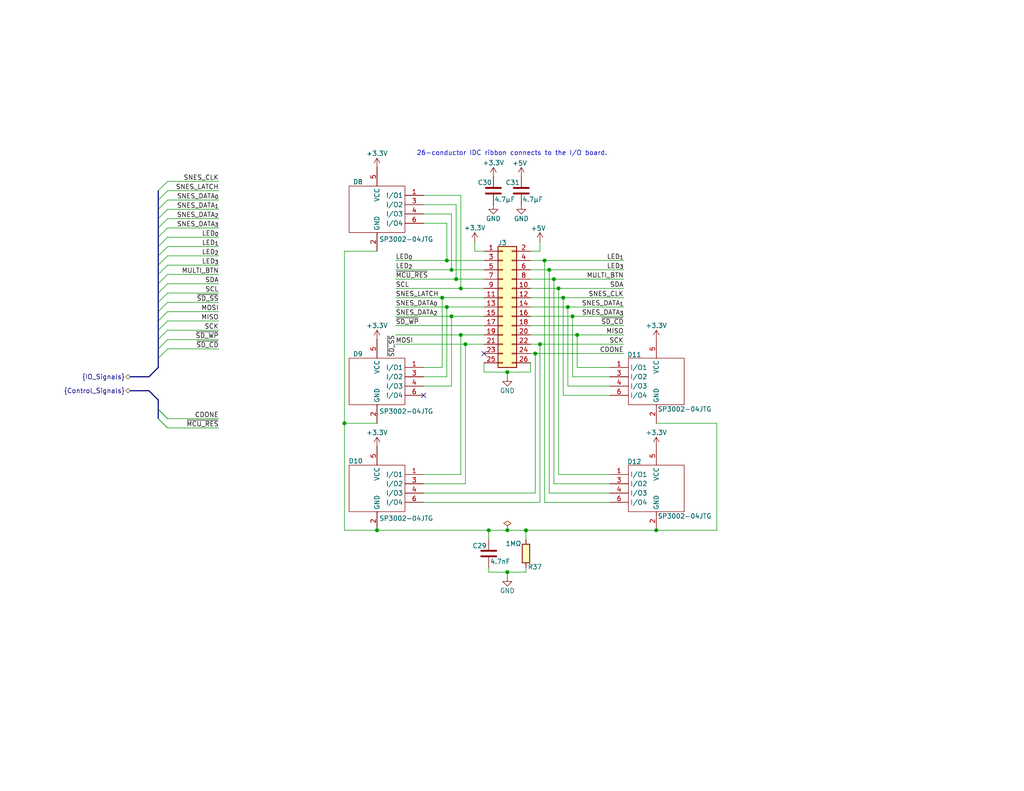
<source format=kicad_sch>
(kicad_sch (version 20231120) (generator "eeschema") (generator_version "8.0")
  (paper "USLetter")
  (lib_symbols
    (symbol "Connector_Generic:Conn_02x13_Odd_Even" (pin_names (offset 1.016) hide)
      (property "Reference" "J" (at 1.27 17.78 0))
      (property "Value" "Conn_02x13_Odd_Even" (at 1.27 -17.78 0))
      (symbol "Conn_02x13_Odd_Even_1_1"
        (rectangle (start -1.27 -15.113) (end 0 -15.367) (stroke (width 0.1524)))
        (rectangle (start -1.27 -12.573) (end 0 -12.827) (stroke (width 0.1524)))
        (rectangle (start -1.27 -10.033) (end 0 -10.287) (stroke (width 0.1524)))
        (rectangle (start -1.27 -7.493) (end 0 -7.747) (stroke (width 0.1524)))
        (rectangle (start -1.27 -4.953) (end 0 -5.207) (stroke (width 0.1524)))
        (rectangle (start -1.27 -2.413) (end 0 -2.667) (stroke (width 0.1524)))
        (rectangle (start -1.27 0.127) (end 0 -0.127) (stroke (width 0.1524)))
        (rectangle (start -1.27 2.667) (end 0 2.413) (stroke (width 0.1524)))
        (rectangle (start -1.27 5.207) (end 0 4.953) (stroke (width 0.1524)))
        (rectangle (start -1.27 7.747) (end 0 7.493) (stroke (width 0.1524)))
        (rectangle (start -1.27 10.287) (end 0 10.033) (stroke (width 0.1524)))
        (rectangle (start -1.27 12.827) (end 0 12.573) (stroke (width 0.1524)))
        (rectangle (start -1.27 15.367) (end 0 15.113) (stroke (width 0.1524)))
        (rectangle (start -1.27 16.51) (end 3.81 -16.51) (stroke (width 0.254)) (fill (type background)))
        (rectangle (start 3.81 -15.113) (end 2.54 -15.367) (stroke (width 0.1524)))
        (rectangle (start 3.81 -12.573) (end 2.54 -12.827) (stroke (width 0.1524)))
        (rectangle (start 3.81 -10.033) (end 2.54 -10.287) (stroke (width 0.1524)))
        (rectangle (start 3.81 -7.493) (end 2.54 -7.747) (stroke (width 0.1524)))
        (rectangle (start 3.81 -4.953) (end 2.54 -5.207) (stroke (width 0.1524)))
        (rectangle (start 3.81 -2.413) (end 2.54 -2.667) (stroke (width 0.1524)))
        (rectangle (start 3.81 0.127) (end 2.54 -0.127) (stroke (width 0.1524)))
        (rectangle (start 3.81 2.667) (end 2.54 2.413) (stroke (width 0.1524)))
        (rectangle (start 3.81 5.207) (end 2.54 4.953) (stroke (width 0.1524)))
        (rectangle (start 3.81 7.747) (end 2.54 7.493) (stroke (width 0.1524)))
        (rectangle (start 3.81 10.287) (end 2.54 10.033) (stroke (width 0.1524)))
        (rectangle (start 3.81 12.827) (end 2.54 12.573) (stroke (width 0.1524)))
        (rectangle (start 3.81 15.367) (end 2.54 15.113) (stroke (width 0.1524)))
        (pin passive line (at -5.08 15.24 0) (length 3.81) (name "Pin_1") (number "1"))
        (pin passive line (at 7.62 5.08 180) (length 3.81) (name "Pin_10") (number "10"))
        (pin passive line (at -5.08 2.54 0) (length 3.81) (name "Pin_11") (number "11"))
        (pin passive line (at 7.62 2.54 180) (length 3.81) (name "Pin_12") (number "12"))
        (pin passive line (at -5.08 0 0) (length 3.81) (name "Pin_13") (number "13"))
        (pin passive line (at 7.62 0 180) (length 3.81) (name "Pin_14") (number "14"))
        (pin passive line (at -5.08 -2.54 0) (length 3.81) (name "Pin_15") (number "15"))
        (pin passive line (at 7.62 -2.54 180) (length 3.81) (name "Pin_16") (number "16"))
        (pin passive line (at -5.08 -5.08 0) (length 3.81) (name "Pin_17") (number "17"))
        (pin passive line (at 7.62 -5.08 180) (length 3.81) (name "Pin_18") (number "18"))
        (pin passive line (at -5.08 -7.62 0) (length 3.81) (name "Pin_19") (number "19"))
        (pin passive line (at 7.62 15.24 180) (length 3.81) (name "Pin_2") (number "2"))
        (pin passive line (at 7.62 -7.62 180) (length 3.81) (name "Pin_20") (number "20"))
        (pin passive line (at -5.08 -10.16 0) (length 3.81) (name "Pin_21") (number "21"))
        (pin passive line (at 7.62 -10.16 180) (length 3.81) (name "Pin_22") (number "22"))
        (pin passive line (at -5.08 -12.7 0) (length 3.81) (name "Pin_23") (number "23"))
        (pin passive line (at 7.62 -12.7 180) (length 3.81) (name "Pin_24") (number "24"))
        (pin passive line (at -5.08 -15.24 0) (length 3.81) (name "Pin_25") (number "25"))
        (pin passive line (at 7.62 -15.24 180) (length 3.81) (name "Pin_26") (number "26"))
        (pin passive line (at -5.08 12.7 0) (length 3.81) (name "Pin_3") (number "3"))
        (pin passive line (at 7.62 12.7 180) (length 3.81) (name "Pin_4") (number "4"))
        (pin passive line (at -5.08 10.16 0) (length 3.81) (name "Pin_5") (number "5"))
        (pin passive line (at 7.62 10.16 180) (length 3.81) (name "Pin_6") (number "6"))
        (pin passive line (at -5.08 7.62 0) (length 3.81) (name "Pin_7") (number "7"))
        (pin passive line (at 7.62 7.62 180) (length 3.81) (name "Pin_8") (number "8"))
        (pin passive line (at -5.08 5.08 0) (length 3.81) (name "Pin_9") (number "9"))
      )
    )
    (symbol "Device:C" (pin_numbers hide) (pin_names (offset 0.254))
      (property "Reference" "C" (at 0.635 2.54 0))
      (property "Value" "C" (at 0.635 -2.54 0))
      (symbol "C_0_1"
        (polyline (pts (xy -2.032 -0.762) (xy 2.032 -0.762)) (stroke (width 0.508)))
        (polyline (pts (xy -2.032 0.762) (xy 2.032 0.762)) (stroke (width 0.508)))
      )
      (symbol "C_1_1"
        (pin passive line (at 0 3.81 270) (length 2.794) (name "~") (number "1"))
        (pin passive line (at 0 -3.81 90) (length 2.794) (name "~") (number "2"))
      )
    )
    (symbol "Device:R" (pin_numbers hide) (pin_names (offset 0))
      (property "Reference" "R" (at 2.032 0 90))
      (property "Value" "R" (at 0 0 90))
      (symbol "R_1_1"
        (rectangle (start -1.016 2.54) (end 1.016 -2.54) (stroke (width 0.254)) (fill (type background)))
        (pin passive line (at 0 3.81 270) (length 1.27) (name "~") (number "1"))
        (pin passive line (at 0 -3.81 90) (length 1.27) (name "~") (number "2"))
      )
    )
    (symbol "Sentinel 65X - Prototype 4 V2:SP3002-04JTG"
      (property "Reference" "D" (at 0.5281 0.7596 0))
      (property "Value" "SP3002-04JTG" (at 15.2292 -14.0415 0))
      (symbol "SP3002-04JTG_0_1"
        (rectangle (start 0 0) (end 15.24 -12.7))
      )
      (symbol "SP3002-04JTG_1_1"
        (pin passive line (at -5.08 -2.54 0) (length 5.08) (name "I/O1") (number "1"))
        (pin power_in line (at 7.62 -17.78 90) (length 5.08) (name "GND") (number "2"))
        (pin passive line (at -5.08 -5.08 0) (length 5.08) (name "I/O2") (number "3"))
        (pin passive line (at -5.08 -7.62 0) (length 5.08) (name "I/O3") (number "4"))
        (pin power_in line (at 7.62 5.08 270) (length 5.08) (name "VCC") (number "5"))
        (pin passive line (at -5.08 -10.16 0) (length 5.08) (name "I/O4") (number "6"))
      )
    )
    (symbol "power:+3.3V" (power) (pin_numbers hide) (pin_names (offset 0) hide)
      (property "Value" "+3.3V" (at 0 3.556 0))
      (symbol "+3.3V_0_1"
        (polyline (pts (xy -0.762 1.27) (xy 0 2.54)))
        (polyline (pts (xy 0 0) (xy 0 2.54)))
        (polyline (pts (xy 0 2.54) (xy 0.762 1.27)))
      )
      (symbol "+3.3V_1_1"
        (pin power_in line (at 0 0 90) (length 0) (name "~") (number "1"))
      )
    )
    (symbol "power:+5V" (power) (pin_numbers hide) (pin_names (offset 0) hide)
      (property "Value" "+5V" (at 0 3.556 0))
      (symbol "+5V_0_1"
        (polyline (pts (xy -0.762 1.27) (xy 0 2.54)))
        (polyline (pts (xy 0 0) (xy 0 2.54)))
        (polyline (pts (xy 0 2.54) (xy 0.762 1.27)))
      )
      (symbol "+5V_1_1"
        (pin power_in line (at 0 0 90) (length 0) (name "~") (number "1"))
      )
    )
    (symbol "power:GND" (power) (pin_numbers hide) (pin_names (offset 0) hide)
      (property "Value" "GND" (at 0 -3.81 0))
      (symbol "GND_0_1"
        (polyline (pts (xy 0 0) (xy 0 -1.27) (xy 1.27 -1.27) (xy 0 -2.54) (xy -1.27 -1.27) (xy 0 -1.27)))
      )
      (symbol "GND_1_1"
        (pin power_in line (at 0 0 270) (length 0) (name "~") (number "1"))
      )
    )
    (symbol "power:PWR_FLAG" (power) (pin_numbers hide) (pin_names (offset 0) hide)
      (property "Value" "PWR_FLAG" (at 0 3.81 0))
      (symbol "PWR_FLAG_0_0"
        (pin power_out line (at 0 0 90) (length 0) (name "~") (number "1"))
      )
      (symbol "PWR_FLAG_1_1"
        (polyline (pts (xy 0 0) (xy 0 1.27) (xy -1.016 1.905) (xy 0 2.54) (xy 1.016 1.905) (xy 0 1.27)) (fill (type background)))
      )
    )
  )
  (junction (at 123.19 73.66))
  (junction (at 143.51 144.78))
  (junction (at 102.87 144.78))
  (junction (at 124.46 76.2))
  (junction (at 127 93.98))
  (junction (at 121.92 71.12))
  (junction (at 138.43 156.21))
  (junction (at 125.73 91.44))
  (junction (at 120.65 81.28))
  (junction (at 138.43 101.6))
  (junction (at 149.86 73.66))
  (junction (at 138.43 144.78))
  (junction (at 146.05 96.52))
  (junction (at 153.67 81.28))
  (junction (at 152.4 78.74))
  (junction (at 123.19 86.36))
  (junction (at 157.48 91.44))
  (junction (at 133.35 144.78))
  (junction (at 154.94 83.82))
  (junction (at 179.07 144.78))
  (junction (at 151.13 76.2))
  (junction (at 156.21 86.36))
  (junction (at 93.98 115.57))
  (junction (at 147.32 93.98))
  (junction (at 121.92 83.82))
  (junction (at 125.73 78.74))
  (junction (at 148.59 71.12))
  (no_connect (at 115.57 107.95))
  (no_connect (at 132.08 96.52))
  (bus_entry (at 43.18 111.76) (size 2.54 2.54))
  (bus_entry (at 43.18 52.07) (size 2.54 -2.54))
  (bus_entry (at 43.18 111.76) (size 2.54 2.54))
  (bus_entry (at 43.18 59.69) (size 2.54 -2.54))
  (bus_entry (at 43.18 97.79) (size 2.54 -2.54))
  (bus_entry (at 43.18 95.25) (size 2.54 -2.54))
  (bus_entry (at 43.18 87.63) (size 2.54 -2.54))
  (bus_entry (at 43.18 82.55) (size 2.54 -2.54))
  (bus_entry (at 43.18 57.15) (size 2.54 -2.54))
  (bus_entry (at 43.18 90.17) (size 2.54 -2.54))
  (bus_entry (at 43.18 114.3) (size 2.54 2.54))
  (bus_entry (at 43.18 80.01) (size 2.54 -2.54))
  (bus_entry (at 43.18 74.93) (size 2.54 -2.54))
  (bus_entry (at 43.18 85.09) (size 2.54 -2.54))
  (bus_entry (at 43.18 72.39) (size 2.54 -2.54))
  (bus_entry (at 43.18 67.31) (size 2.54 -2.54))
  (bus_entry (at 43.18 77.47) (size 2.54 -2.54))
  (bus_entry (at 43.18 62.23) (size 2.54 -2.54))
  (bus_entry (at 43.18 92.71) (size 2.54 -2.54))
  (bus_entry (at 43.18 54.61) (size 2.54 -2.54))
  (bus_entry (at 43.18 69.85) (size 2.54 -2.54))
  (bus_entry (at 43.18 114.3) (size 2.54 2.54))
  (bus_entry (at 43.18 64.77) (size 2.54 -2.54))
  (wire (pts (xy 154.94 83.82) (xy 154.94 105.41)))
  (wire (pts (xy 121.92 83.82) (xy 132.08 83.82)))
  (wire (pts (xy 123.19 86.36) (xy 123.19 105.41)))
  (bus (pts (xy 43.18 97.79) (xy 43.18 100.33)))
  (wire (pts (xy 45.72 52.07) (xy 59.69 52.07)))
  (wire (pts (xy 152.4 78.74) (xy 144.78 78.74)))
  (wire (pts (xy 152.4 129.54) (xy 166.37 129.54)))
  (wire (pts (xy 154.94 83.82) (xy 144.78 83.82)))
  (wire (pts (xy 107.95 88.9) (xy 132.08 88.9)))
  (bus (pts (xy 43.18 80.01) (xy 43.18 82.55)))
  (wire (pts (xy 147.32 93.98) (xy 144.78 93.98)))
  (wire (pts (xy 123.19 73.66) (xy 132.08 73.66)))
  (wire (pts (xy 195.58 115.57) (xy 195.58 144.78)))
  (wire (pts (xy 102.87 144.78) (xy 133.35 144.78)))
  (wire (pts (xy 45.72 57.15) (xy 59.69 57.15)))
  (wire (pts (xy 115.57 60.96) (xy 121.92 60.96)))
  (wire (pts (xy 115.57 100.33) (xy 120.65 100.33)))
  (wire (pts (xy 45.72 114.3) (xy 59.69 114.3)))
  (wire (pts (xy 132.08 99.06) (xy 132.08 101.6)))
  (wire (pts (xy 179.07 115.57) (xy 195.58 115.57)))
  (bus (pts (xy 43.18 62.23) (xy 43.18 64.77)))
  (wire (pts (xy 115.57 137.16) (xy 147.32 137.16)))
  (wire (pts (xy 45.72 95.25) (xy 59.69 95.25)))
  (wire (pts (xy 45.72 72.39) (xy 59.69 72.39)))
  (wire (pts (xy 149.86 134.62) (xy 166.37 134.62)))
  (wire (pts (xy 129.54 66.04) (xy 129.54 68.58)))
  (wire (pts (xy 123.19 86.36) (xy 132.08 86.36)))
  (wire (pts (xy 120.65 81.28) (xy 120.65 100.33)))
  (wire (pts (xy 152.4 78.74) (xy 170.18 78.74)))
  (wire (pts (xy 45.72 54.61) (xy 59.69 54.61)))
  (bus (pts (xy 43.18 82.55) (xy 43.18 85.09)))
  (wire (pts (xy 115.57 55.88) (xy 124.46 55.88)))
  (wire (pts (xy 146.05 96.52) (xy 146.05 134.62)))
  (wire (pts (xy 125.73 78.74) (xy 132.08 78.74)))
  (wire (pts (xy 170.18 88.9) (xy 144.78 88.9)))
  (bus (pts (xy 43.18 90.17) (xy 43.18 92.71)))
  (bus (pts (xy 43.18 64.77) (xy 43.18 67.31)))
  (wire (pts (xy 93.98 115.57) (xy 102.87 115.57)))
  (wire (pts (xy 45.72 82.55) (xy 59.69 82.55)))
  (bus (pts (xy 43.18 111.76) (xy 43.18 114.3)))
  (wire (pts (xy 138.43 101.6) (xy 144.78 101.6)))
  (wire (pts (xy 93.98 144.78) (xy 102.87 144.78)))
  (wire (pts (xy 153.67 81.28) (xy 144.78 81.28)))
  (wire (pts (xy 153.67 81.28) (xy 153.67 107.95)))
  (wire (pts (xy 120.65 81.28) (xy 132.08 81.28)))
  (bus (pts (xy 35.56 102.87) (xy 40.64 102.87)))
  (wire (pts (xy 143.51 144.78) (xy 143.51 147.32)))
  (wire (pts (xy 107.95 86.36) (xy 123.19 86.36)))
  (wire (pts (xy 124.46 76.2) (xy 132.08 76.2)))
  (wire (pts (xy 148.59 137.16) (xy 166.37 137.16)))
  (wire (pts (xy 170.18 93.98) (xy 147.32 93.98)))
  (wire (pts (xy 133.35 144.78) (xy 138.43 144.78)))
  (wire (pts (xy 143.51 144.78) (xy 179.07 144.78)))
  (wire (pts (xy 138.43 156.21) (xy 138.43 157.48)))
  (wire (pts (xy 157.48 100.33) (xy 166.37 100.33)))
  (bus (pts (xy 43.18 52.07) (xy 43.18 54.61)))
  (wire (pts (xy 121.92 83.82) (xy 121.92 102.87)))
  (wire (pts (xy 156.21 102.87) (xy 166.37 102.87)))
  (bus (pts (xy 43.18 72.39) (xy 43.18 74.93)))
  (wire (pts (xy 107.95 81.28) (xy 120.65 81.28)))
  (wire (pts (xy 125.73 91.44) (xy 132.08 91.44)))
  (wire (pts (xy 133.35 144.78) (xy 133.35 147.32)))
  (wire (pts (xy 115.57 58.42) (xy 123.19 58.42)))
  (wire (pts (xy 45.72 49.53) (xy 59.69 49.53)))
  (wire (pts (xy 157.48 91.44) (xy 170.18 91.44)))
  (wire (pts (xy 93.98 68.58) (xy 102.87 68.58)))
  (wire (pts (xy 154.94 83.82) (xy 170.18 83.82)))
  (wire (pts (xy 153.67 81.28) (xy 170.18 81.28)))
  (wire (pts (xy 93.98 68.58) (xy 93.98 115.57)))
  (wire (pts (xy 45.72 90.17) (xy 59.69 90.17)))
  (wire (pts (xy 115.57 53.34) (xy 125.73 53.34)))
  (wire (pts (xy 149.86 73.66) (xy 149.86 134.62)))
  (wire (pts (xy 152.4 78.74) (xy 152.4 129.54)))
  (wire (pts (xy 127 93.98) (xy 127 132.08)))
  (bus (pts (xy 40.64 102.87) (xy 43.18 100.33)))
  (wire (pts (xy 147.32 66.04) (xy 147.32 68.58)))
  (wire (pts (xy 138.43 144.78) (xy 143.51 144.78)))
  (wire (pts (xy 107.95 71.12) (xy 121.92 71.12)))
  (bus (pts (xy 43.18 77.47) (xy 43.18 80.01)))
  (wire (pts (xy 133.35 156.21) (xy 133.35 154.94)))
  (wire (pts (xy 151.13 76.2) (xy 151.13 132.08)))
  (wire (pts (xy 132.08 101.6) (xy 138.43 101.6)))
  (wire (pts (xy 151.13 76.2) (xy 144.78 76.2)))
  (wire (pts (xy 121.92 60.96) (xy 121.92 71.12)))
  (wire (pts (xy 45.72 59.69) (xy 59.69 59.69)))
  (wire (pts (xy 156.21 86.36) (xy 170.18 86.36)))
  (wire (pts (xy 148.59 71.12) (xy 148.59 137.16)))
  (wire (pts (xy 45.72 87.63) (xy 59.69 87.63)))
  (wire (pts (xy 147.32 93.98) (xy 147.32 137.16)))
  (wire (pts (xy 124.46 55.88) (xy 124.46 76.2)))
  (wire (pts (xy 45.72 80.01) (xy 59.69 80.01)))
  (wire (pts (xy 149.86 73.66) (xy 170.18 73.66)))
  (bus (pts (xy 40.64 106.68) (xy 43.18 109.22)))
  (wire (pts (xy 154.94 105.41) (xy 166.37 105.41)))
  (bus (pts (xy 43.18 59.69) (xy 43.18 62.23)))
  (wire (pts (xy 151.13 76.2) (xy 170.18 76.2)))
  (wire (pts (xy 156.21 86.36) (xy 156.21 102.87)))
  (bus (pts (xy 43.18 85.09) (xy 43.18 87.63)))
  (wire (pts (xy 45.72 77.47) (xy 59.69 77.47)))
  (wire (pts (xy 149.86 73.66) (xy 144.78 73.66)))
  (wire (pts (xy 148.59 71.12) (xy 144.78 71.12)))
  (wire (pts (xy 107.95 91.44) (xy 125.73 91.44)))
  (wire (pts (xy 107.95 78.74) (xy 125.73 78.74)))
  (wire (pts (xy 157.48 91.44) (xy 157.48 100.33)))
  (wire (pts (xy 115.57 129.54) (xy 125.73 129.54)))
  (wire (pts (xy 115.57 102.87) (xy 121.92 102.87)))
  (wire (pts (xy 45.72 74.93) (xy 59.69 74.93)))
  (wire (pts (xy 115.57 134.62) (xy 146.05 134.62)))
  (wire (pts (xy 127 93.98) (xy 132.08 93.98)))
  (bus (pts (xy 43.18 54.61) (xy 43.18 57.15)))
  (bus (pts (xy 43.18 67.31) (xy 43.18 69.85)))
  (wire (pts (xy 45.72 67.31) (xy 59.69 67.31)))
  (bus (pts (xy 43.18 57.15) (xy 43.18 59.69)))
  (wire (pts (xy 45.72 64.77) (xy 59.69 64.77)))
  (wire (pts (xy 170.18 96.52) (xy 146.05 96.52)))
  (wire (pts (xy 179.07 144.78) (xy 195.58 144.78)))
  (wire (pts (xy 93.98 115.57) (xy 93.98 144.78)))
  (wire (pts (xy 45.72 85.09) (xy 59.69 85.09)))
  (wire (pts (xy 138.43 156.21) (xy 143.51 156.21)))
  (wire (pts (xy 45.72 116.84) (xy 59.69 116.84)))
  (wire (pts (xy 107.95 93.98) (xy 127 93.98)))
  (bus (pts (xy 43.18 95.25) (xy 43.18 97.79)))
  (bus (pts (xy 43.18 109.22) (xy 43.18 111.76)))
  (wire (pts (xy 45.72 69.85) (xy 59.69 69.85)))
  (bus (pts (xy 43.18 69.85) (xy 43.18 72.39)))
  (wire (pts (xy 115.57 132.08) (xy 127 132.08)))
  (wire (pts (xy 107.95 76.2) (xy 124.46 76.2)))
  (wire (pts (xy 138.43 102.87) (xy 138.43 101.6)))
  (wire (pts (xy 146.05 96.52) (xy 144.78 96.52)))
  (wire (pts (xy 125.73 53.34) (xy 125.73 78.74)))
  (wire (pts (xy 107.95 73.66) (xy 123.19 73.66)))
  (wire (pts (xy 129.54 68.58) (xy 132.08 68.58)))
  (wire (pts (xy 115.57 105.41) (xy 123.19 105.41)))
  (wire (pts (xy 45.72 62.23) (xy 59.69 62.23)))
  (wire (pts (xy 133.35 156.21) (xy 138.43 156.21)))
  (bus (pts (xy 35.56 106.68) (xy 40.64 106.68)))
  (bus (pts (xy 43.18 92.71) (xy 43.18 95.25)))
  (bus (pts (xy 43.18 87.63) (xy 43.18 90.17)))
  (bus (pts (xy 43.18 74.93) (xy 43.18 77.47)))
  (wire (pts (xy 144.78 68.58) (xy 147.32 68.58)))
  (wire (pts (xy 151.13 132.08) (xy 166.37 132.08)))
  (wire (pts (xy 125.73 91.44) (xy 125.73 129.54)))
  (wire (pts (xy 153.67 107.95) (xy 166.37 107.95)))
  (wire (pts (xy 156.21 86.36) (xy 144.78 86.36)))
  (wire (pts (xy 143.51 156.21) (xy 143.51 154.94)))
  (wire (pts (xy 144.78 99.06) (xy 144.78 101.6)))
  (wire (pts (xy 123.19 58.42) (xy 123.19 73.66)))
  (wire (pts (xy 107.95 83.82) (xy 121.92 83.82)))
  (wire (pts (xy 148.59 71.12) (xy 170.18 71.12)))
  (wire (pts (xy 157.48 91.44) (xy 144.78 91.44)))
  (wire (pts (xy 45.72 92.71) (xy 59.69 92.71)))
  (wire (pts (xy 121.92 71.12) (xy 132.08 71.12)))
  (text "26-conductor IDC ribbon connects to the I/O board." (at 139.7 41.91 0) (effects (font (size 1.27 1.27))))
  (label "MISO" (at 59.69 87.63 180))
  (label "SNES_DATA_{3}" (at 170.18 86.36 180))
  (label "MULTI_BTN" (at 170.18 76.2 180))
  (label "LED_{3}" (at 170.18 73.66 180))
  (label "~{SD_CD}" (at 59.69 95.25 180))
  (label "~{MCU_RES}" (at 107.95 76.2 0))
  (label "SCK" (at 59.69 90.17 180))
  (label "CDONE" (at 59.69 114.3 180))
  (label "SCL" (at 107.95 78.74 0))
  (label "SDA" (at 59.69 77.47 180))
  (label "~{SD_CD}" (at 170.18 88.9 180))
  (label "LED_{1}" (at 59.69 67.31 180))
  (label "MULTI_BTN" (at 59.69 74.93 180))
  (label "SNES_LATCH" (at 107.95 81.28 0))
  (label "SDA" (at 170.18 78.74 180))
  (label "~{SD_WP}" (at 107.95 88.9 0))
  (label "MISO" (at 170.18 91.44 180))
  (label "SNES_CLK" (at 170.18 81.28 180))
  (label "~{SD_SS}" (at 59.69 82.55 180))
  (label "SNES_DATA_{2}" (at 59.69 59.69 180))
  (label "~{SD_WP}" (at 59.69 92.71 180))
  (label "LED_{3}" (at 59.69 72.39 180))
  (label "~{MCU_RES}" (at 59.69 116.84 180))
  (label "SCL" (at 59.69 80.01 180))
  (label "LED_{1}" (at 170.18 71.12 180))
  (label "LED_{2}" (at 59.69 69.85 180))
  (label "CDONE" (at 170.18 96.52 180))
  (label "SNES_DATA_{3}" (at 59.69 62.23 180))
  (label "SNES_DATA_{2}" (at 107.95 86.36 0))
  (label "SNES_CLK" (at 59.69 49.53 180))
  (label "SNES_DATA_{1}" (at 170.18 83.82 180))
  (label "LED_{0}" (at 59.69 64.77 180))
  (label "~{SD_SS}" (at 107.95 91.44 270))
  (label "LED_{2}" (at 107.95 73.66 0))
  (label "LED_{0}" (at 107.95 71.12 0))
  (label "SNES_DATA_{0}" (at 59.69 54.61 180))
  (label "SNES_DATA_{0}" (at 107.95 83.82 0))
  (label "SCK" (at 170.18 93.98 180))
  (label "SNES_LATCH" (at 59.69 52.07 180))
  (label "MOSI" (at 107.95 93.98 0))
  (label "SNES_DATA_{1}" (at 59.69 57.15 180))
  (label "MOSI" (at 59.69 85.09 180))
  (hierarchical_label "{IO_Signals}" (shape bidirectional) (at 35.56 102.87 180))
  (hierarchical_label "{Control_Signals}" (shape bidirectional) (at 35.56 106.68 180))
  (symbol (lib_id "Device:C") (at 142.24 52.07 0) (unit 1)
    (property "Reference" "C31" (at 137.9401 49.8485 0) (effects (justify left)))
    (property "Value" "4.7µF" (at 142.5047 54.4561 0) (effects (justify left)))
    (property "Footprint" "Capacitor_SMD:C_0402_1005Metric" (effects (hide yes)))
    (property "Description" "Unpolarized capacitor" (effects (hide yes)))
  )
  (symbol (lib_id "Sentinel 65X - Prototype 4 V2:SP3002-04JTG") (at 171.45 127 0) (unit 1)
    (property "Reference" "D12" (at 171.1216 126.0401 0) (effects (justify left)))
    (property "Value" "SP3002-04JTG" (at 179.425 140.9084 0) (effects (justify left)))
    (property "Footprint" "Package_TO_SOT_SMD:SOT-363_SC-70-6" (effects (hide yes)))
    (property "Datasheet" "https://www.mouser.ca/datasheet/2/240/media-3322885.pdf" (effects (hide yes)))
    (property "Description" "Low Capacitance ESD Protection" (effects (hide yes)))
  )
  (symbol (lib_id "Device:C") (at 134.62 52.07 0) (unit 1)
    (property "Reference" "C30" (at 130.3201 49.8485 0) (effects (justify left)))
    (property "Value" "4.7µF" (at 134.8847 54.4561 0) (effects (justify left)))
    (property "Footprint" "Capacitor_SMD:C_0402_1005Metric" (effects (hide yes)))
    (property "Description" "Unpolarized capacitor" (effects (hide yes)))
  )
  (symbol (lib_id "Sentinel 65X - Prototype 4 V2:SP3002-04JTG") (at 171.45 97.79 0) (unit 1)
    (property "Reference" "D11" (at 171.1216 96.8301 0) (effects (justify left)))
    (property "Value" "SP3002-04JTG" (at 179.425 111.6984 0) (effects (justify left)))
    (property "Footprint" "Package_TO_SOT_SMD:SOT-363_SC-70-6" (effects (hide yes)))
    (property "Datasheet" "https://www.mouser.ca/datasheet/2/240/media-3322885.pdf" (effects (hide yes)))
    (property "Description" "Low Capacitance ESD Protection" (effects (hide yes)))
  )
  (symbol (lib_id "Sentinel 65X - Prototype 4 V2:SP3002-04JTG") (at 110.49 97.79 0) (mirror y) (unit 1)
    (property "Reference" "D9" (at 99.0161 96.651 0) (effects (justify left)))
    (property "Value" "SP3002-04JTG" (at 118.1951 112.3177 0) (effects (justify left)))
    (property "Footprint" "Package_TO_SOT_SMD:SOT-363_SC-70-6" (effects (hide yes)))
    (property "Datasheet" "https://www.mouser.ca/datasheet/2/240/media-3322885.pdf" (effects (hide yes)))
    (property "Description" "Low Capacitance ESD Protection" (effects (hide yes)))
  )
  (symbol (lib_id "power:+3.3V") (at 134.62 48.26 0) (unit 1)
    (property "Reference" "#PWR097" (effects (hide yes)))
    (property "Value" "+3.3V" (at 134.62 44.45 0))
    (property "Description" "Power symbol creates a global label with name \"+3.3V\"" (effects (hide yes)))
  )
  (symbol (lib_id "power:+3.3V") (at 129.54 66.04 0) (unit 1)
    (property "Reference" "#PWR096" (effects (hide yes)))
    (property "Value" "+3.3V" (at 129.54 62.23 0))
    (property "Description" "Power symbol creates a global label with name \"+3.3V\"" (effects (hide yes)))
  )
  (symbol (lib_id "power:+3.3V") (at 179.07 121.92 0) (mirror y) (unit 1)
    (property "Reference" "#PWR0105" (effects (hide yes)))
    (property "Value" "+3.3V" (at 179.07 118.11 0))
    (property "Description" "Power symbol creates a global label with name \"+3.3V\"" (effects (hide yes)))
  )
  (symbol (lib_id "Device:R") (at 143.51 151.13 180) (unit 1)
    (property "Reference" "R37" (at 145.9461 154.7762 0))
    (property "Value" "1MΩ" (at 140.1037 148.434 0))
    (property "Footprint" "Resistor_SMD:R_0402_1005Metric" (effects (hide yes)))
    (property "Description" "Resistor" (effects (hide yes)))
  )
  (symbol (lib_id "power:+5V") (at 142.24 48.26 0) (unit 1)
    (property "Reference" "#PWR0101" (effects (hide yes)))
    (property "Value" "+5V" (at 141.7944 44.5528 0))
    (property "Description" "Power symbol creates a global label with name \"+5V\"" (effects (hide yes)))
  )
  (symbol (lib_id "power:+3.3V") (at 102.87 92.71 0) (unit 1)
    (property "Reference" "#PWR094" (effects (hide yes)))
    (property "Value" "+3.3V" (at 102.87 88.9 0))
    (property "Description" "Power symbol creates a global label with name \"+3.3V\"" (effects (hide yes)))
  )
  (symbol (lib_id "power:+3.3V") (at 102.87 121.92 0) (unit 1)
    (property "Reference" "#PWR095" (effects (hide yes)))
    (property "Value" "+3.3V" (at 102.87 118.11 0))
    (property "Description" "Power symbol creates a global label with name \"+3.3V\"" (effects (hide yes)))
  )
  (symbol (lib_id "Connector_Generic:Conn_02x13_Odd_Even") (at 137.16 83.82 0) (unit 1)
    (property "Reference" "J3" (at 137.0512 66.3007 0))
    (property "Value" "Conn_02x13_Odd_Even" (effects (hide yes)))
    (property "Footprint" "Connector_IDC:IDC-Header_2x13_P2.54mm_Vertical" (effects (hide yes)))
    (property "Description" "Generic connector, double row, 02x13, odd/even pin numbering scheme (row 1 odd numbers, row 2 even numbers), script generated (kicad-library-utils/schlib/autogen/connector/)" (effects (hide yes)))
  )
  (symbol (lib_id "power:GND") (at 138.43 157.48 0) (unit 1)
    (property "Reference" "#PWR0100" (effects (hide yes)))
    (property "Value" "GND" (at 138.43 161.29 0))
    (property "Description" "Power symbol creates a global label with name \"GND\" , ground" (effects (hide yes)))
  )
  (symbol (lib_id "power:+3.3V") (at 102.87 45.72 0) (unit 1)
    (property "Reference" "#PWR093" (effects (hide yes)))
    (property "Value" "+3.3V" (at 102.87 41.91 0))
    (property "Description" "Power symbol creates a global label with name \"+3.3V\"" (effects (hide yes)))
  )
  (symbol (lib_id "power:GND") (at 142.24 55.88 0) (unit 1)
    (property "Reference" "#PWR0102" (effects (hide yes)))
    (property "Value" "GND" (at 142.24 59.69 0))
    (property "Description" "Power symbol creates a global label with name \"GND\" , ground" (effects (hide yes)))
  )
  (symbol (lib_id "power:GND") (at 138.43 102.87 0) (unit 1)
    (property "Reference" "#PWR099" (effects (hide yes)))
    (property "Value" "GND" (at 138.43 106.68 0))
    (property "Description" "Power symbol creates a global label with name \"GND\" , ground" (effects (hide yes)))
  )
  (symbol (lib_id "Device:C") (at 133.35 151.13 180) (unit 1)
    (property "Reference" "C29" (at 132.8093 149.0219 0) (effects (justify left)))
    (property "Value" "4.7nF" (at 139.2066 153.3181 0) (effects (justify left)))
    (property "Footprint" "Capacitor_SMD:C_0402_1005Metric" (effects (hide yes)))
    (property "Description" "Unpolarized capacitor" (effects (hide yes)))
  )
  (symbol (lib_id "power:PWR_FLAG") (at 138.43 144.78 0) (unit 1)
    (property "Reference" "#FLG02" (effects (hide yes)))
    (property "Value" "PWR_FLAG" (effects (hide yes)))
    (property "Description" "Special symbol for telling ERC where power comes from" (effects (hide yes)))
  )
  (symbol (lib_id "power:+5V") (at 147.32 66.04 0) (unit 1)
    (property "Reference" "#PWR0103" (effects (hide yes)))
    (property "Value" "+5V" (at 146.8744 62.3328 0))
    (property "Description" "Power symbol creates a global label with name \"+5V\"" (effects (hide yes)))
  )
  (symbol (lib_id "power:+3.3V") (at 179.07 92.71 0) (mirror y) (unit 1)
    (property "Reference" "#PWR0104" (effects (hide yes)))
    (property "Value" "+3.3V" (at 179.07 88.9 0))
    (property "Description" "Power symbol creates a global label with name \"+3.3V\"" (effects (hide yes)))
  )
  (symbol (lib_id "power:GND") (at 134.62 55.88 0) (unit 1)
    (property "Reference" "#PWR098" (effects (hide yes)))
    (property "Value" "GND" (at 134.62 59.69 0))
    (property "Description" "Power symbol creates a global label with name \"GND\" , ground" (effects (hide yes)))
  )
  (symbol (lib_id "Sentinel 65X - Prototype 4 V2:SP3002-04JTG") (at 110.49 50.8 0) (mirror y) (unit 1)
    (property "Reference" "D8" (at 99.0161 49.661 0) (effects (justify left)))
    (property "Value" "SP3002-04JTG" (at 118.1951 65.3277 0) (effects (justify left)))
    (property "Footprint" "Package_TO_SOT_SMD:SOT-363_SC-70-6" (effects (hide yes)))
    (property "Datasheet" "https://www.mouser.ca/datasheet/2/240/media-3322885.pdf" (effects (hide yes)))
    (property "Description" "Low Capacitance ESD Protection" (effects (hide yes)))
  )
  (symbol (lib_id "Sentinel 65X - Prototype 4 V2:SP3002-04JTG") (at 110.49 127 0) (mirror y) (unit 1)
    (property "Reference" "D10" (at 99.0161 125.861 0) (effects (justify left)))
    (property "Value" "SP3002-04JTG" (at 118.1951 141.5277 0) (effects (justify left)))
    (property "Footprint" "Package_TO_SOT_SMD:SOT-363_SC-70-6" (effects (hide yes)))
    (property "Datasheet" "https://www.mouser.ca/datasheet/2/240/media-3322885.pdf" (effects (hide yes)))
    (property "Description" "Low Capacitance ESD Protection" (effects (hide yes)))
  )
)
</source>
